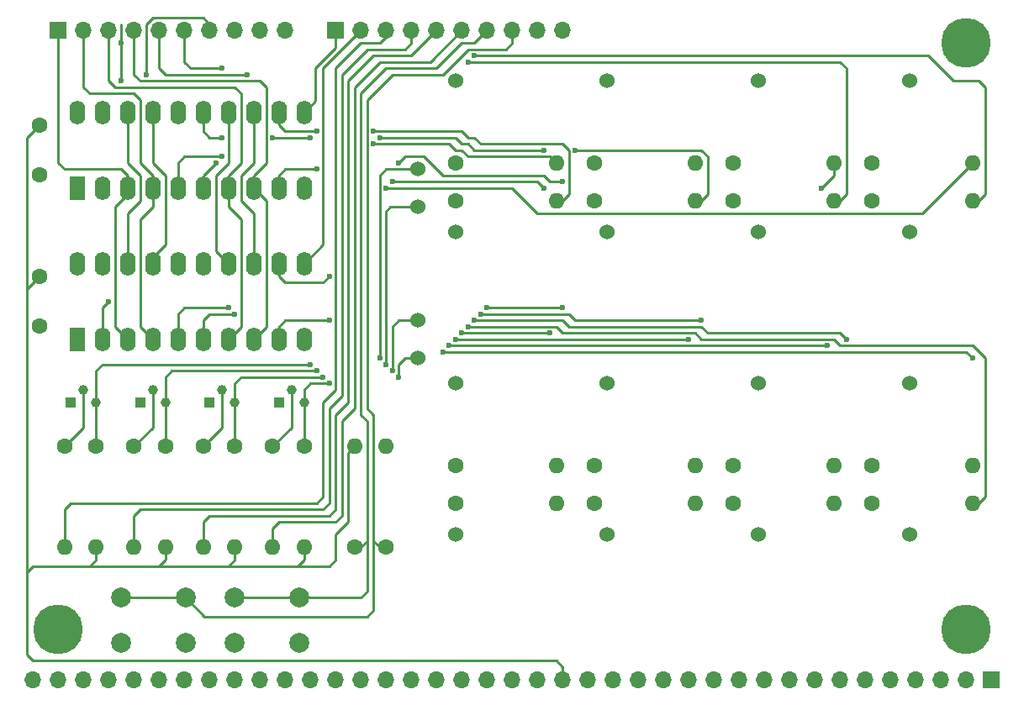
<source format=gtl>
G04 #@! TF.FileFunction,Copper,L1,Top,Signal*
%FSLAX46Y46*%
G04 Gerber Fmt 4.6, Leading zero omitted, Abs format (unit mm)*
G04 Created by KiCad (PCBNEW 4.0.7) date 12/23/19 17:32:06*
%MOMM*%
%LPD*%
G01*
G04 APERTURE LIST*
%ADD10C,0.100000*%
%ADD11C,1.600000*%
%ADD12O,1.600000X1.600000*%
%ADD13R,1.700000X1.700000*%
%ADD14O,1.700000X1.700000*%
%ADD15C,1.000000*%
%ADD16R,1.000000X1.000000*%
%ADD17C,2.000000*%
%ADD18R,1.600000X2.400000*%
%ADD19O,1.600000X2.400000*%
%ADD20C,5.000000*%
%ADD21C,1.524000*%
%ADD22C,0.600000*%
%ADD23C,0.250000*%
G04 APERTURE END LIST*
D10*
D11*
X128905000Y-121920000D03*
D12*
X128905000Y-132080000D03*
D11*
X102235000Y-104775000D03*
X102235000Y-109775000D03*
X102235000Y-89535000D03*
X102235000Y-94535000D03*
D13*
X104140000Y-80010000D03*
D14*
X106680000Y-80010000D03*
X109220000Y-80010000D03*
X111760000Y-80010000D03*
X114300000Y-80010000D03*
X116840000Y-80010000D03*
X119380000Y-80010000D03*
X121920000Y-80010000D03*
X124460000Y-80010000D03*
X127000000Y-80010000D03*
D13*
X132080000Y-80010000D03*
D14*
X134620000Y-80010000D03*
X137160000Y-80010000D03*
X139700000Y-80010000D03*
X142240000Y-80010000D03*
X144780000Y-80010000D03*
X147320000Y-80010000D03*
X149860000Y-80010000D03*
X152400000Y-80010000D03*
X154940000Y-80010000D03*
D13*
X198120000Y-145415000D03*
D14*
X195580000Y-145415000D03*
X193040000Y-145415000D03*
X190500000Y-145415000D03*
X187960000Y-145415000D03*
X185420000Y-145415000D03*
X182880000Y-145415000D03*
X180340000Y-145415000D03*
X177800000Y-145415000D03*
X175260000Y-145415000D03*
X172720000Y-145415000D03*
X170180000Y-145415000D03*
X167640000Y-145415000D03*
X165100000Y-145415000D03*
X162560000Y-145415000D03*
X160020000Y-145415000D03*
X157480000Y-145415000D03*
X154940000Y-145415000D03*
X152400000Y-145415000D03*
X149860000Y-145415000D03*
X147320000Y-145415000D03*
X144780000Y-145415000D03*
X142240000Y-145415000D03*
X139700000Y-145415000D03*
X137160000Y-145415000D03*
X134620000Y-145415000D03*
X132080000Y-145415000D03*
X129540000Y-145415000D03*
X127000000Y-145415000D03*
X124460000Y-145415000D03*
X121920000Y-145415000D03*
X119380000Y-145415000D03*
X116840000Y-145415000D03*
X114300000Y-145415000D03*
X111760000Y-145415000D03*
X109220000Y-145415000D03*
X106680000Y-145415000D03*
X104140000Y-145415000D03*
X101600000Y-145415000D03*
D15*
X106680000Y-116205000D03*
X107950000Y-117475000D03*
D16*
X105410000Y-117475000D03*
D15*
X113665000Y-116205000D03*
X114935000Y-117475000D03*
D16*
X112395000Y-117475000D03*
D15*
X120650000Y-116205000D03*
X121920000Y-117475000D03*
D16*
X119380000Y-117475000D03*
D15*
X127635000Y-116205000D03*
X128905000Y-117475000D03*
D16*
X126365000Y-117475000D03*
D11*
X104775000Y-121920000D03*
D12*
X104775000Y-132080000D03*
D11*
X111760000Y-121920000D03*
D12*
X111760000Y-132080000D03*
D11*
X118745000Y-121920000D03*
D12*
X118745000Y-132080000D03*
D11*
X125730000Y-121920000D03*
D12*
X125730000Y-132080000D03*
D11*
X114935000Y-121920000D03*
D12*
X114935000Y-132080000D03*
D11*
X121920000Y-121920000D03*
D12*
X121920000Y-132080000D03*
D11*
X144145000Y-93345000D03*
D12*
X154305000Y-93345000D03*
D11*
X107950000Y-121920000D03*
D12*
X107950000Y-132080000D03*
D11*
X158115000Y-93345000D03*
D12*
X168275000Y-93345000D03*
D11*
X172085000Y-93345000D03*
D12*
X182245000Y-93345000D03*
D11*
X186055000Y-93345000D03*
D12*
X196215000Y-93345000D03*
D11*
X137160000Y-132080000D03*
D12*
X137160000Y-121920000D03*
D11*
X133985000Y-132080000D03*
D12*
X133985000Y-121920000D03*
D11*
X144145000Y-97155000D03*
D12*
X154305000Y-97155000D03*
D11*
X158115000Y-97155000D03*
D12*
X168275000Y-97155000D03*
D11*
X172085000Y-97155000D03*
D12*
X182245000Y-97155000D03*
D11*
X186055000Y-97155000D03*
D12*
X196215000Y-97155000D03*
D11*
X144145000Y-123825000D03*
D12*
X154305000Y-123825000D03*
D11*
X158115000Y-123825000D03*
D12*
X168275000Y-123825000D03*
D11*
X172085000Y-123825000D03*
D12*
X182245000Y-123825000D03*
D11*
X186055000Y-123825000D03*
D12*
X196215000Y-123825000D03*
D11*
X144145000Y-127635000D03*
D12*
X154305000Y-127635000D03*
D11*
X158115000Y-127635000D03*
D12*
X168275000Y-127635000D03*
D11*
X172085000Y-127635000D03*
D12*
X182245000Y-127635000D03*
D11*
X186055000Y-127635000D03*
D12*
X196215000Y-127635000D03*
D17*
X110490000Y-141660000D03*
X110490000Y-137160000D03*
X116990000Y-141660000D03*
X116990000Y-137160000D03*
X121920000Y-141660000D03*
X121920000Y-137160000D03*
X128420000Y-141660000D03*
X128420000Y-137160000D03*
D18*
X106045000Y-95885000D03*
D19*
X128905000Y-88265000D03*
X108585000Y-95885000D03*
X126365000Y-88265000D03*
X111125000Y-95885000D03*
X123825000Y-88265000D03*
X113665000Y-95885000D03*
X121285000Y-88265000D03*
X116205000Y-95885000D03*
X118745000Y-88265000D03*
X118745000Y-95885000D03*
X116205000Y-88265000D03*
X121285000Y-95885000D03*
X113665000Y-88265000D03*
X123825000Y-95885000D03*
X111125000Y-88265000D03*
X126365000Y-95885000D03*
X108585000Y-88265000D03*
X128905000Y-95885000D03*
X106045000Y-88265000D03*
D18*
X106045000Y-111125000D03*
D19*
X128905000Y-103505000D03*
X108585000Y-111125000D03*
X126365000Y-103505000D03*
X111125000Y-111125000D03*
X123825000Y-103505000D03*
X113665000Y-111125000D03*
X121285000Y-103505000D03*
X116205000Y-111125000D03*
X118745000Y-103505000D03*
X118745000Y-111125000D03*
X116205000Y-103505000D03*
X121285000Y-111125000D03*
X113665000Y-103505000D03*
X123825000Y-111125000D03*
X111125000Y-103505000D03*
X126365000Y-111125000D03*
X108585000Y-103505000D03*
X128905000Y-111125000D03*
X106045000Y-103505000D03*
D20*
X104140000Y-140335000D03*
X195580000Y-140335000D03*
X195580000Y-81280000D03*
D21*
X144145000Y-85090000D03*
X159385000Y-85090000D03*
X174625000Y-85090000D03*
X189865000Y-85090000D03*
X144145000Y-100330000D03*
X159385000Y-100330000D03*
X174625000Y-100330000D03*
X189865000Y-100330000D03*
X144145000Y-115570000D03*
X159385000Y-115570000D03*
X174625000Y-115570000D03*
X189865000Y-115570000D03*
X144145000Y-130810000D03*
X159385000Y-130810000D03*
X174625000Y-130810000D03*
X189865000Y-130810000D03*
X140335000Y-93980000D03*
X140335000Y-97790000D03*
X140335000Y-109220000D03*
X140335000Y-113030000D03*
D22*
X136525000Y-113030000D03*
X129540000Y-113665000D03*
X137160000Y-113665000D03*
X130175000Y-114300000D03*
X130810000Y-114935000D03*
X137795000Y-114300000D03*
X138430000Y-114935000D03*
X131445000Y-115570000D03*
X123190000Y-84455000D03*
X120650000Y-83820000D03*
X113030000Y-84455000D03*
X110490000Y-81280000D03*
X110490000Y-85090000D03*
X135890000Y-91440000D03*
X154940000Y-95250000D03*
X138430000Y-93345000D03*
X120650000Y-92710000D03*
X180975000Y-95885000D03*
X153035000Y-95885000D03*
X137795000Y-95250000D03*
X120015000Y-93345000D03*
X137160000Y-95885000D03*
X130175000Y-93980000D03*
X135890000Y-90170000D03*
X130175000Y-90170000D03*
X120650000Y-90805000D03*
X125730000Y-90805000D03*
X129540000Y-90805000D03*
X136525000Y-90805000D03*
X156210000Y-92075000D03*
X153035000Y-92075000D03*
X145415000Y-83185000D03*
X146050000Y-82550000D03*
X109220000Y-107315000D03*
X153670000Y-110490000D03*
X144780000Y-110490000D03*
X121285000Y-107950000D03*
X167640000Y-111125000D03*
X144145000Y-111125000D03*
X121920000Y-108585000D03*
X181610000Y-111760000D03*
X143510000Y-111760000D03*
X142875000Y-112395000D03*
X196215000Y-113030000D03*
X131445000Y-109220000D03*
X131445000Y-104775000D03*
X154940000Y-107950000D03*
X147320000Y-107950000D03*
X168910000Y-109220000D03*
X146685000Y-108585000D03*
X183515000Y-111125000D03*
X146050000Y-109220000D03*
X145415000Y-109855000D03*
D23*
X133350000Y-129540000D02*
X132080000Y-130810000D01*
X129540000Y-133985000D02*
X128270000Y-133985000D01*
X131445000Y-133985000D02*
X129540000Y-133985000D01*
X132080000Y-133350000D02*
X131445000Y-133985000D01*
X132080000Y-130810000D02*
X132080000Y-133350000D01*
X133350000Y-129540000D02*
X133350000Y-122555000D01*
X133350000Y-122555000D02*
X133985000Y-121920000D01*
X128905000Y-133350000D02*
X128270000Y-133985000D01*
X128905000Y-133350000D02*
X128905000Y-132080000D01*
X121920000Y-133350000D02*
X121285000Y-133985000D01*
X114300000Y-133985000D02*
X114935000Y-133350000D01*
X107950000Y-133350000D02*
X107315000Y-133985000D01*
X101600000Y-133985000D02*
X100965000Y-134620000D01*
X103505000Y-133985000D02*
X101600000Y-133985000D01*
X107315000Y-133985000D02*
X103505000Y-133985000D01*
X154940000Y-144145000D02*
X154305000Y-143510000D01*
X154305000Y-143510000D02*
X108585000Y-143510000D01*
X108585000Y-143510000D02*
X101600000Y-143510000D01*
X101600000Y-143510000D02*
X100965000Y-142875000D01*
X100965000Y-142875000D02*
X100965000Y-134620000D01*
X100965000Y-134620000D02*
X100965000Y-133350000D01*
X100965000Y-106045000D02*
X100965000Y-90805000D01*
X100965000Y-90805000D02*
X102235000Y-89535000D01*
X108585000Y-133985000D02*
X107315000Y-133985000D01*
X100965000Y-106045000D02*
X102235000Y-104775000D01*
X100965000Y-133350000D02*
X100965000Y-106045000D01*
X115570000Y-133985000D02*
X114300000Y-133985000D01*
X121285000Y-133985000D02*
X115570000Y-133985000D01*
X114300000Y-133985000D02*
X108585000Y-133985000D01*
X107950000Y-133350000D02*
X107950000Y-132080000D01*
X122555000Y-133985000D02*
X121285000Y-133985000D01*
X122555000Y-133985000D02*
X128270000Y-133985000D01*
X114935000Y-133350000D02*
X114935000Y-132080000D01*
X121920000Y-132080000D02*
X121920000Y-133350000D01*
X154940000Y-145415000D02*
X154940000Y-144145000D01*
X136525000Y-94615000D02*
X137160000Y-93980000D01*
X140335000Y-93980000D02*
X137160000Y-93980000D01*
X136525000Y-94615000D02*
X136525000Y-106045000D01*
X136525000Y-113030000D02*
X136525000Y-106045000D01*
X107950000Y-114300000D02*
X107950000Y-117475000D01*
X108585000Y-113665000D02*
X107950000Y-114300000D01*
X129540000Y-113665000D02*
X108585000Y-113665000D01*
X107950000Y-121920000D02*
X107950000Y-117475000D01*
X139827000Y-93472000D02*
X140335000Y-93980000D01*
X137610002Y-97790000D02*
X137160000Y-98240002D01*
X137160000Y-98240002D02*
X137160000Y-113665000D01*
X140335000Y-97790000D02*
X137610002Y-97790000D01*
X114935000Y-114935000D02*
X114935000Y-117475000D01*
X115570000Y-114300000D02*
X114935000Y-114935000D01*
X130175000Y-114300000D02*
X115570000Y-114300000D01*
X114935000Y-121920000D02*
X114935000Y-117475000D01*
X138430000Y-109220000D02*
X137795000Y-109855000D01*
X137795000Y-109855000D02*
X137795000Y-114300000D01*
X140335000Y-109220000D02*
X138430000Y-109220000D01*
X121920000Y-115570000D02*
X121920000Y-117475000D01*
X130810000Y-114935000D02*
X122555000Y-114935000D01*
X122555000Y-114935000D02*
X121920000Y-115570000D01*
X121920000Y-121920000D02*
X121920000Y-117475000D01*
X128905000Y-116840000D02*
X128905000Y-116205000D01*
X129540000Y-115570000D02*
X128905000Y-116205000D01*
X131445000Y-115570000D02*
X129540000Y-115570000D01*
X139065000Y-113030000D02*
X138430000Y-113665000D01*
X138430000Y-113665000D02*
X138430000Y-114935000D01*
X140335000Y-113030000D02*
X139065000Y-113030000D01*
X128905000Y-116840000D02*
X128905000Y-117475000D01*
X128905000Y-121920000D02*
X128905000Y-117475000D01*
X104140000Y-80010000D02*
X104140000Y-93345000D01*
X111125000Y-94615000D02*
X111125000Y-95885000D01*
X110490000Y-93980000D02*
X111125000Y-94615000D01*
X104775000Y-93980000D02*
X110490000Y-93980000D01*
X104140000Y-93345000D02*
X104775000Y-93980000D01*
X111125000Y-111125000D02*
X109855000Y-109855000D01*
X109855000Y-97790000D02*
X111125000Y-96520000D01*
X109855000Y-109855000D02*
X109855000Y-97790000D01*
X111125000Y-96520000D02*
X111125000Y-95885000D01*
X112395000Y-92075000D02*
X112395000Y-93345000D01*
X112395000Y-93345000D02*
X113665000Y-94615000D01*
X112395000Y-88265000D02*
X112395000Y-92075000D01*
X106680000Y-85725000D02*
X107315000Y-86360000D01*
X107315000Y-86360000D02*
X111760000Y-86360000D01*
X111760000Y-86360000D02*
X112395000Y-86995000D01*
X112395000Y-86995000D02*
X112395000Y-88265000D01*
X106680000Y-80010000D02*
X106680000Y-85725000D01*
X113665000Y-94615000D02*
X113665000Y-95885000D01*
X113665000Y-95885000D02*
X113665000Y-97790000D01*
X112395000Y-109855000D02*
X113665000Y-111125000D01*
X112395000Y-99060000D02*
X112395000Y-109855000D01*
X113665000Y-97790000D02*
X112395000Y-99060000D01*
X122555000Y-88265000D02*
X122555000Y-93345000D01*
X109220000Y-85090000D02*
X109855000Y-85725000D01*
X109855000Y-85725000D02*
X121920000Y-85725000D01*
X121920000Y-85725000D02*
X122555000Y-86360000D01*
X122555000Y-86360000D02*
X122555000Y-88265000D01*
X109220000Y-80010000D02*
X109220000Y-85090000D01*
X121285000Y-94615000D02*
X121285000Y-95885000D01*
X122555000Y-93345000D02*
X121285000Y-94615000D01*
X121285000Y-95885000D02*
X121285000Y-97790000D01*
X122555000Y-109855000D02*
X121285000Y-111125000D01*
X122555000Y-99060000D02*
X122555000Y-109855000D01*
X121285000Y-97790000D02*
X122555000Y-99060000D01*
X111760000Y-80010000D02*
X111760000Y-84455000D01*
X123825000Y-94615000D02*
X123825000Y-95885000D01*
X125095000Y-93345000D02*
X123825000Y-94615000D01*
X125095000Y-85725000D02*
X125095000Y-93345000D01*
X124460000Y-85090000D02*
X125095000Y-85725000D01*
X112395000Y-85090000D02*
X124460000Y-85090000D01*
X111760000Y-84455000D02*
X112395000Y-85090000D01*
X123825000Y-111125000D02*
X125095000Y-109855000D01*
X125095000Y-97155000D02*
X123825000Y-95885000D01*
X125095000Y-109855000D02*
X125095000Y-97155000D01*
X114300000Y-80010000D02*
X114300000Y-83820000D01*
X114935000Y-84455000D02*
X123190000Y-84455000D01*
X114300000Y-83820000D02*
X114935000Y-84455000D01*
X123825000Y-88265000D02*
X123825000Y-93345000D01*
X123825000Y-93345000D02*
X122555000Y-94615000D01*
X123825000Y-103505000D02*
X123825000Y-98425000D01*
X123825000Y-98425000D02*
X122555000Y-97155000D01*
X122555000Y-97155000D02*
X122555000Y-94615000D01*
X123825000Y-88900000D02*
X123825000Y-88265000D01*
X116840000Y-83185000D02*
X116840000Y-80010000D01*
X117475000Y-83820000D02*
X116840000Y-83185000D01*
X120650000Y-83820000D02*
X117475000Y-83820000D01*
X121285000Y-88265000D02*
X121285000Y-93345000D01*
X121285000Y-93345000D02*
X120015000Y-94615000D01*
X120015000Y-94615000D02*
X120015000Y-102235000D01*
X120015000Y-102235000D02*
X121285000Y-103505000D01*
X119380000Y-80010000D02*
X119380000Y-79375000D01*
X119380000Y-79375000D02*
X118745000Y-78740000D01*
X113030000Y-79375000D02*
X113030000Y-84455000D01*
X113665000Y-78740000D02*
X113030000Y-79375000D01*
X118745000Y-78740000D02*
X113665000Y-78740000D01*
X113665000Y-92075000D02*
X113665000Y-93345000D01*
X113665000Y-93345000D02*
X114935000Y-94615000D01*
X113665000Y-88265000D02*
X113665000Y-92075000D01*
X113665000Y-103505000D02*
X113665000Y-102870000D01*
X113665000Y-102870000D02*
X114935000Y-101600000D01*
X114935000Y-101600000D02*
X114935000Y-94615000D01*
X110490000Y-79375000D02*
X110490000Y-81280000D01*
X110490000Y-85090000D02*
X110490000Y-79375000D01*
X112395000Y-94615000D02*
X111125000Y-93345000D01*
X111125000Y-93345000D02*
X111125000Y-92710000D01*
X111125000Y-92710000D02*
X111125000Y-88265000D01*
X111125000Y-103505000D02*
X111125000Y-98425000D01*
X111125000Y-98425000D02*
X112395000Y-97155000D01*
X111125000Y-103505000D02*
X111125000Y-102870000D01*
X112395000Y-97155000D02*
X112395000Y-94615000D01*
X132080000Y-80010000D02*
X132080000Y-81788000D01*
X130048000Y-87122000D02*
X128905000Y-88265000D01*
X130048000Y-83820000D02*
X130048000Y-87122000D01*
X132080000Y-81788000D02*
X130048000Y-83820000D01*
X134620000Y-80010000D02*
X130810000Y-83820000D01*
X130810000Y-101600000D02*
X128905000Y-103505000D01*
X130810000Y-83820000D02*
X130810000Y-101600000D01*
X132080000Y-116205000D02*
X130810000Y-117475000D01*
X130810000Y-127000000D02*
X130175000Y-127635000D01*
X130810000Y-117475000D02*
X130810000Y-127000000D01*
X133350000Y-82550000D02*
X134620000Y-81280000D01*
X136525000Y-81280000D02*
X137160000Y-80645000D01*
X134620000Y-81280000D02*
X136525000Y-81280000D01*
X137160000Y-80645000D02*
X137160000Y-80010000D01*
X132080000Y-85090000D02*
X132080000Y-83820000D01*
X132080000Y-83820000D02*
X133350000Y-82550000D01*
X104775000Y-128270000D02*
X104775000Y-132080000D01*
X105410000Y-127635000D02*
X104775000Y-128270000D01*
X130175000Y-127635000D02*
X105410000Y-127635000D01*
X132080000Y-85090000D02*
X132080000Y-116205000D01*
X104775000Y-131445000D02*
X104775000Y-132080000D01*
X132715000Y-116840000D02*
X131445000Y-118110000D01*
X131445000Y-127635000D02*
X130810000Y-128270000D01*
X131445000Y-118110000D02*
X131445000Y-127635000D01*
X133985000Y-83185000D02*
X135255000Y-81915000D01*
X139065000Y-81915000D02*
X139700000Y-81280000D01*
X135255000Y-81915000D02*
X139065000Y-81915000D01*
X132715000Y-85725000D02*
X132715000Y-84455000D01*
X132715000Y-84455000D02*
X133985000Y-83185000D01*
X130810000Y-128270000D02*
X112395000Y-128270000D01*
X132715000Y-85725000D02*
X132715000Y-116840000D01*
X139700000Y-80010000D02*
X139700000Y-81280000D01*
X111760000Y-128905000D02*
X111760000Y-132080000D01*
X112395000Y-128270000D02*
X111760000Y-128905000D01*
X133350000Y-117475000D02*
X132080000Y-118745000D01*
X132080000Y-128270000D02*
X131445000Y-128905000D01*
X132080000Y-118745000D02*
X132080000Y-128270000D01*
X139700000Y-82550000D02*
X142240000Y-80010000D01*
X133350000Y-85090000D02*
X133350000Y-87630000D01*
X134620000Y-83820000D02*
X133350000Y-85090000D01*
X133350000Y-87630000D02*
X133350000Y-117475000D01*
X135890000Y-82550000D02*
X139700000Y-82550000D01*
X134620000Y-83820000D02*
X135890000Y-82550000D01*
X119380000Y-128905000D02*
X118745000Y-129540000D01*
X131445000Y-128905000D02*
X119380000Y-128905000D01*
X118745000Y-129540000D02*
X118745000Y-132080000D01*
X133985000Y-118110000D02*
X132715000Y-119380000D01*
X132715000Y-128905000D02*
X132080000Y-129540000D01*
X132715000Y-119380000D02*
X132715000Y-128905000D01*
X144780000Y-80010000D02*
X141605000Y-83185000D01*
X125730000Y-130175000D02*
X125730000Y-132080000D01*
X126365000Y-129540000D02*
X125730000Y-130175000D01*
X132080000Y-129540000D02*
X126365000Y-129540000D01*
X133985000Y-85725000D02*
X133985000Y-118110000D01*
X136525000Y-83185000D02*
X133985000Y-85725000D01*
X141605000Y-83185000D02*
X136525000Y-83185000D01*
X135255000Y-131445000D02*
X135255000Y-136525000D01*
X134620000Y-137160000D02*
X132080000Y-137160000D01*
X135255000Y-136525000D02*
X134620000Y-137160000D01*
X128420000Y-137160000D02*
X132080000Y-137160000D01*
X134620000Y-118745000D02*
X135255000Y-119380000D01*
X146050000Y-81280000D02*
X144780000Y-81280000D01*
X134620000Y-86360000D02*
X137160000Y-83820000D01*
X137160000Y-83820000D02*
X142240000Y-83820000D01*
X134620000Y-116840000D02*
X134620000Y-86360000D01*
X147320000Y-80010000D02*
X146050000Y-81280000D01*
X144780000Y-81280000D02*
X142240000Y-83820000D01*
X134620000Y-116840000D02*
X134620000Y-118745000D01*
X135255000Y-131445000D02*
X134620000Y-132080000D01*
X135255000Y-119380000D02*
X135255000Y-131445000D01*
X134620000Y-132080000D02*
X133985000Y-132080000D01*
X121920000Y-137160000D02*
X128420000Y-137160000D01*
X131445000Y-139065000D02*
X135255000Y-139065000D01*
X130175000Y-139065000D02*
X118895000Y-139065000D01*
X131445000Y-139065000D02*
X130175000Y-139065000D01*
X116990000Y-137160000D02*
X118895000Y-139065000D01*
X135890000Y-138430000D02*
X135890000Y-131445000D01*
X135255000Y-139065000D02*
X135890000Y-138430000D01*
X135255000Y-118110000D02*
X135890000Y-118745000D01*
X135890000Y-118745000D02*
X135890000Y-131445000D01*
X135255000Y-116840000D02*
X135255000Y-118110000D01*
X145415000Y-81915000D02*
X149225000Y-81915000D01*
X149225000Y-81915000D02*
X149860000Y-81280000D01*
X149860000Y-80010000D02*
X149860000Y-81280000D01*
X138430000Y-84455000D02*
X142875000Y-84455000D01*
X135255000Y-86995000D02*
X137795000Y-84455000D01*
X137795000Y-84455000D02*
X138430000Y-84455000D01*
X135255000Y-116840000D02*
X135255000Y-86995000D01*
X142875000Y-84455000D02*
X144145000Y-83185000D01*
X144145000Y-83185000D02*
X145415000Y-81915000D01*
X135890000Y-131445000D02*
X136525000Y-132080000D01*
X136525000Y-132080000D02*
X137160000Y-132080000D01*
X110490000Y-137160000D02*
X116990000Y-137160000D01*
X106680000Y-116205000D02*
X106680000Y-120015000D01*
X106680000Y-120015000D02*
X104775000Y-121920000D01*
X113665000Y-116205000D02*
X113665000Y-120015000D01*
X113665000Y-120015000D02*
X111760000Y-121920000D01*
X120650000Y-116205000D02*
X120650000Y-120015000D01*
X120650000Y-120015000D02*
X118745000Y-121920000D01*
X127635000Y-116205000D02*
X127635000Y-120015000D01*
X127635000Y-120015000D02*
X125730000Y-121920000D01*
X145415000Y-92710000D02*
X153670000Y-92710000D01*
X144145000Y-92075000D02*
X144780000Y-92075000D01*
X144780000Y-92075000D02*
X145415000Y-92710000D01*
X135890000Y-91440000D02*
X143510000Y-91440000D01*
X143510000Y-91440000D02*
X144145000Y-92075000D01*
X153670000Y-92710000D02*
X154305000Y-93345000D01*
X116205000Y-95885000D02*
X116205000Y-93345000D01*
X153670000Y-95250000D02*
X154940000Y-95250000D01*
X153035000Y-94615000D02*
X153670000Y-95250000D01*
X142875000Y-94615000D02*
X153035000Y-94615000D01*
X140970000Y-92710000D02*
X142875000Y-94615000D01*
X139065000Y-92710000D02*
X140970000Y-92710000D01*
X138430000Y-93345000D02*
X139065000Y-92710000D01*
X116840000Y-92710000D02*
X120650000Y-92710000D01*
X116205000Y-93345000D02*
X116840000Y-92710000D01*
X118745000Y-95885000D02*
X118745000Y-94615000D01*
X182245000Y-94615000D02*
X182245000Y-93345000D01*
X180975000Y-95885000D02*
X182245000Y-94615000D01*
X152400000Y-95250000D02*
X153035000Y-95885000D01*
X137795000Y-95250000D02*
X152400000Y-95250000D01*
X118745000Y-94615000D02*
X120015000Y-93345000D01*
X126365000Y-95885000D02*
X126365000Y-94615000D01*
X191135000Y-98425000D02*
X196215000Y-93345000D01*
X152400000Y-98425000D02*
X191135000Y-98425000D01*
X149860000Y-95885000D02*
X152400000Y-98425000D01*
X137160000Y-95885000D02*
X149860000Y-95885000D01*
X127000000Y-93980000D02*
X130175000Y-93980000D01*
X126365000Y-94615000D02*
X127000000Y-93980000D01*
X145415000Y-90805000D02*
X146050000Y-90805000D01*
X146050000Y-90805000D02*
X146685000Y-91440000D01*
X126365000Y-89535000D02*
X127000000Y-90170000D01*
X127000000Y-90170000D02*
X130175000Y-90170000D01*
X126365000Y-88265000D02*
X126365000Y-89535000D01*
X155575000Y-96520000D02*
X154940000Y-97155000D01*
X155575000Y-92075000D02*
X155575000Y-96520000D01*
X154940000Y-91440000D02*
X155575000Y-92075000D01*
X146685000Y-91440000D02*
X154940000Y-91440000D01*
X144780000Y-90170000D02*
X145415000Y-90805000D01*
X135890000Y-90170000D02*
X144780000Y-90170000D01*
X154940000Y-97155000D02*
X154305000Y-97155000D01*
X144780000Y-91440000D02*
X145415000Y-91440000D01*
X146050000Y-92075000D02*
X146685000Y-92075000D01*
X145415000Y-91440000D02*
X146050000Y-92075000D01*
X147320000Y-92075000D02*
X153035000Y-92075000D01*
X118745000Y-90170000D02*
X119380000Y-90805000D01*
X119380000Y-90805000D02*
X120650000Y-90805000D01*
X125730000Y-90805000D02*
X129540000Y-90805000D01*
X136525000Y-90805000D02*
X144145000Y-90805000D01*
X144145000Y-90805000D02*
X144780000Y-91440000D01*
X146685000Y-92075000D02*
X147320000Y-92075000D01*
X118745000Y-88265000D02*
X118745000Y-90170000D01*
X169545000Y-96520000D02*
X168910000Y-97155000D01*
X169545000Y-92710000D02*
X169545000Y-96520000D01*
X168910000Y-92075000D02*
X169545000Y-92710000D01*
X156210000Y-92075000D02*
X168910000Y-92075000D01*
X168910000Y-97155000D02*
X168275000Y-97155000D01*
X182880000Y-97155000D02*
X183515000Y-96520000D01*
X183515000Y-83820000D02*
X183515000Y-96520000D01*
X182880000Y-83185000D02*
X183515000Y-83820000D01*
X182880000Y-83185000D02*
X145415000Y-83185000D01*
X196850000Y-97155000D02*
X197485000Y-96520000D01*
X197485000Y-85725000D02*
X197485000Y-96520000D01*
X196850000Y-85090000D02*
X197485000Y-85725000D01*
X194310000Y-85090000D02*
X196850000Y-85090000D01*
X191770000Y-82550000D02*
X194310000Y-85090000D01*
X191770000Y-82550000D02*
X146050000Y-82550000D01*
X108585000Y-107950000D02*
X109220000Y-107315000D01*
X108585000Y-111125000D02*
X108585000Y-107950000D01*
X144780000Y-110490000D02*
X153670000Y-110490000D01*
X116205000Y-108585000D02*
X116840000Y-107950000D01*
X116205000Y-111125000D02*
X116205000Y-108585000D01*
X116840000Y-107950000D02*
X121285000Y-107950000D01*
X144145000Y-111125000D02*
X167640000Y-111125000D01*
X118745000Y-109220000D02*
X119380000Y-108585000D01*
X119380000Y-108585000D02*
X121920000Y-108585000D01*
X118745000Y-111125000D02*
X118745000Y-109220000D01*
X143510000Y-111760000D02*
X181610000Y-111760000D01*
X195580000Y-112395000D02*
X142875000Y-112395000D01*
X196215000Y-113030000D02*
X195580000Y-112395000D01*
X126365000Y-111125000D02*
X126365000Y-109855000D01*
X127000000Y-109220000D02*
X131445000Y-109220000D01*
X126365000Y-109855000D02*
X127000000Y-109220000D01*
X126365000Y-104775000D02*
X127000000Y-105410000D01*
X127000000Y-105410000D02*
X130810000Y-105410000D01*
X130810000Y-105410000D02*
X131445000Y-104775000D01*
X126365000Y-103505000D02*
X126365000Y-104775000D01*
X147320000Y-107950000D02*
X154940000Y-107950000D01*
X146685000Y-108585000D02*
X155575000Y-108585000D01*
X155575000Y-108585000D02*
X156210000Y-109220000D01*
X156210000Y-109220000D02*
X168910000Y-109220000D01*
X182880000Y-110490000D02*
X183515000Y-111125000D01*
X169545000Y-110490000D02*
X182880000Y-110490000D01*
X168910000Y-109855000D02*
X169545000Y-110490000D01*
X155575000Y-109855000D02*
X168910000Y-109855000D01*
X154940000Y-109220000D02*
X155575000Y-109855000D01*
X146050000Y-109220000D02*
X154940000Y-109220000D01*
X197485000Y-127000000D02*
X196850000Y-127635000D01*
X197485000Y-113030000D02*
X197485000Y-127000000D01*
X196215000Y-111760000D02*
X197485000Y-113030000D01*
X182880000Y-111760000D02*
X196215000Y-111760000D01*
X182245000Y-111125000D02*
X182880000Y-111760000D01*
X168910000Y-111125000D02*
X182245000Y-111125000D01*
X168275000Y-110490000D02*
X168910000Y-111125000D01*
X154940000Y-110490000D02*
X168275000Y-110490000D01*
X154305000Y-109855000D02*
X154940000Y-110490000D01*
X145415000Y-109855000D02*
X154305000Y-109855000D01*
X196850000Y-127635000D02*
X196215000Y-127635000D01*
M02*

</source>
